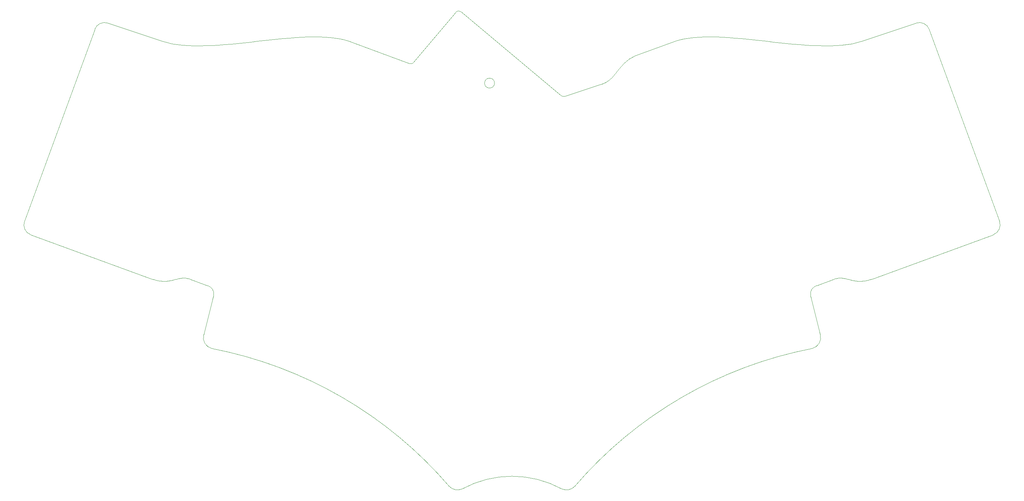
<source format=gm1>
G04 #@! TF.GenerationSoftware,KiCad,Pcbnew,(6.0.0)*
G04 #@! TF.CreationDate,2023-05-15T23:42:03+03:00*
G04 #@! TF.ProjectId,choctopus44-bottom-plate,63686f63-746f-4707-9573-34342d626f74,2.0*
G04 #@! TF.SameCoordinates,Original*
G04 #@! TF.FileFunction,Profile,NP*
%FSLAX46Y46*%
G04 Gerber Fmt 4.6, Leading zero omitted, Abs format (unit mm)*
G04 Created by KiCad (PCBNEW (6.0.0)) date 2023-05-15 23:42:03*
%MOMM*%
%LPD*%
G01*
G04 APERTURE LIST*
%ADD10C,0.050000*%
G04 #@! TA.AperFunction,Profile*
%ADD11C,0.050000*%
G04 #@! TD*
G04 APERTURE END LIST*
D10*
X106991772Y-39700000D02*
X105886747Y-39367938D01*
X104715717Y-39100146D01*
X103482870Y-38892340D01*
X102192397Y-38740234D01*
X100848485Y-38639544D01*
X99455326Y-38585986D01*
X98017108Y-38575274D01*
X96538022Y-38603125D01*
X95022255Y-38665252D01*
X93473998Y-38757373D01*
X91897440Y-38875201D01*
X90296772Y-39014453D01*
X88676181Y-39170843D01*
X87039857Y-39340087D01*
X85391991Y-39517901D01*
X83736772Y-39700000D01*
X82078388Y-39882098D01*
X80421029Y-40059912D01*
X78768886Y-40229156D01*
X77126147Y-40385546D01*
X75497001Y-40524798D01*
X73885639Y-40642626D01*
X72296249Y-40734747D01*
X70733022Y-40796875D01*
X69200146Y-40824725D01*
X67701811Y-40814013D01*
X66242206Y-40760455D01*
X64825522Y-40659765D01*
X63455946Y-40507659D01*
X62137670Y-40299853D01*
X60874882Y-40032061D01*
X59671772Y-39700000D01*
D11*
X56671209Y-99824590D02*
X26351638Y-88738410D01*
X236991772Y-39700000D02*
X250698064Y-35113229D01*
D10*
X66791772Y-100000000D02*
X66470470Y-99899524D01*
X66161981Y-99821978D01*
X65865058Y-99765681D01*
X65578450Y-99728954D01*
X65300909Y-99710115D01*
X65031187Y-99707486D01*
X64768033Y-99719385D01*
X64510200Y-99744134D01*
X64256439Y-99780051D01*
X64005499Y-99825457D01*
X63756134Y-99878672D01*
X63507093Y-99938015D01*
X63257129Y-100001807D01*
X63004991Y-100068367D01*
X62749431Y-100136016D01*
X62489201Y-100203073D01*
X62223051Y-100267859D01*
X61949733Y-100328692D01*
X61667997Y-100383894D01*
X61376595Y-100431784D01*
X61074278Y-100470682D01*
X60759797Y-100498908D01*
X60431902Y-100514782D01*
X60089346Y-100516623D01*
X59730880Y-100502753D01*
X59355254Y-100471490D01*
X58961219Y-100421154D01*
X58547527Y-100350067D01*
X58112929Y-100256546D01*
X57656176Y-100138913D01*
X57176019Y-99995488D01*
X56671209Y-99824590D01*
D11*
X224371772Y-117600000D02*
G75*
G03*
X164271771Y-152499999I20079419J-103776023D01*
G01*
X134034396Y-32387377D02*
X123352147Y-45068955D01*
X24784547Y-85372462D02*
G75*
G03*
X26351638Y-88738410I2466638J-899373D01*
G01*
X254064011Y-36680321D02*
G75*
G03*
X250698064Y-35113229I-2466576J-899549D01*
G01*
D10*
X189671772Y-39700000D02*
X190776796Y-39367938D01*
X191947826Y-39100146D01*
X193180673Y-38892340D01*
X194471147Y-38740234D01*
X195815058Y-38639544D01*
X197208217Y-38585986D01*
X198646435Y-38575274D01*
X200125522Y-38603125D01*
X201641288Y-38665252D01*
X203189545Y-38757373D01*
X204766103Y-38875201D01*
X206366772Y-39014453D01*
X207987362Y-39170843D01*
X209623686Y-39340087D01*
X211271552Y-39517901D01*
X212926772Y-39700000D01*
X214585155Y-39882098D01*
X216242514Y-40059912D01*
X217894657Y-40229156D01*
X219537397Y-40385546D01*
X221166542Y-40524798D01*
X222777904Y-40642626D01*
X224367294Y-40734747D01*
X225930522Y-40796875D01*
X227463397Y-40824725D01*
X228961732Y-40814013D01*
X230421337Y-40760455D01*
X231838022Y-40659765D01*
X233207597Y-40507659D01*
X234525873Y-40299853D01*
X235788661Y-40032061D01*
X236991772Y-39700000D01*
X225571772Y-101600000D02*
X225469551Y-101638971D01*
X225369246Y-101680912D01*
X225271011Y-101725863D01*
X225175003Y-101773864D01*
X225081380Y-101824955D01*
X224990296Y-101879176D01*
X224901909Y-101936567D01*
X224816376Y-101997168D01*
X224733852Y-102061019D01*
X224654495Y-102128160D01*
X224578461Y-102198631D01*
X224505905Y-102272473D01*
X224436986Y-102349725D01*
X224371859Y-102430428D01*
X224310681Y-102514621D01*
X224253608Y-102602344D01*
X224200796Y-102693638D01*
X224152403Y-102788543D01*
X224108585Y-102887098D01*
X224069498Y-102989344D01*
X224035299Y-103095321D01*
X224006144Y-103205069D01*
X223982190Y-103318628D01*
X223963593Y-103436038D01*
X223950510Y-103557338D01*
X223943098Y-103682570D01*
X223941512Y-103811773D01*
X223945909Y-103944987D01*
X223956446Y-104082252D01*
X223973279Y-104223609D01*
X223996565Y-104369097D01*
X224026461Y-104518757D01*
X229871772Y-100000000D02*
X230193073Y-99899524D01*
X230501562Y-99821978D01*
X230798485Y-99765681D01*
X231085093Y-99728954D01*
X231362634Y-99710115D01*
X231632356Y-99707486D01*
X231895510Y-99719385D01*
X232153343Y-99744134D01*
X232407104Y-99780051D01*
X232658044Y-99825457D01*
X232907409Y-99878672D01*
X233156450Y-99938015D01*
X233406414Y-100001807D01*
X233658552Y-100068367D01*
X233914112Y-100136016D01*
X234174342Y-100203073D01*
X234440492Y-100267859D01*
X234713810Y-100328692D01*
X234995546Y-100383894D01*
X235286948Y-100431784D01*
X235589265Y-100470682D01*
X235903746Y-100498908D01*
X236231641Y-100514782D01*
X236574197Y-100516623D01*
X236932663Y-100502753D01*
X237308289Y-100471490D01*
X237702324Y-100421154D01*
X238116016Y-100350067D01*
X238550614Y-100256546D01*
X239007367Y-100138913D01*
X239487524Y-99995488D01*
X239992335Y-99824590D01*
D11*
X45965480Y-35113229D02*
X59671772Y-39700000D01*
X24784546Y-85372462D02*
X42599532Y-36680321D01*
X135421772Y-32250000D02*
G75*
G03*
X134034396Y-32387377I-624999J-762378D01*
G01*
X254064012Y-36680321D02*
X271878998Y-85372462D01*
X66791772Y-100000000D02*
X71091772Y-101600000D01*
X224026461Y-104518757D02*
X226466987Y-114099538D01*
X270311906Y-88738410D02*
X239992335Y-99824590D01*
D10*
X160611133Y-53354847D02*
X160667938Y-53399411D01*
X160725732Y-53439490D01*
X160784332Y-53475284D01*
X160843554Y-53506995D01*
X160903216Y-53534824D01*
X160963134Y-53558972D01*
X161023126Y-53579642D01*
X161083008Y-53597034D01*
X161142596Y-53611350D01*
X161201709Y-53622791D01*
X161260162Y-53631559D01*
X161317773Y-53637854D01*
X161374359Y-53641880D01*
X161429736Y-53643836D01*
X161483722Y-53643924D01*
X161536133Y-53642347D01*
X161586786Y-53639304D01*
X161682086Y-53629630D01*
X161768158Y-53616513D01*
X161843536Y-53601566D01*
X161906756Y-53586399D01*
X161956353Y-53572623D01*
X162008819Y-53555692D01*
X162011133Y-53554847D01*
D11*
X45965480Y-35113230D02*
G75*
G03*
X42599532Y-36680321I-899373J-2466638D01*
G01*
X132391773Y-152499999D02*
G75*
G03*
X72291772Y-117600000I-80179424J-68876032D01*
G01*
X224371772Y-117600000D02*
G75*
G03*
X226466987Y-114099538I-642144J2761638D01*
G01*
X122313441Y-45304950D02*
X106991772Y-39700000D01*
X143902869Y-50315029D02*
G75*
G03*
X143902869Y-50315029I-1259516J0D01*
G01*
X132391773Y-152499999D02*
G75*
G03*
X135691772Y-153200000I2136177J1941976D01*
G01*
X160611133Y-53354847D02*
X135421772Y-32250000D01*
X170671772Y-50700000D02*
X162011133Y-53554847D01*
X70196557Y-114099538D02*
G75*
G03*
X72291772Y-117600000I2737359J-738824D01*
G01*
D10*
X179471772Y-43400000D02*
X179054297Y-43601730D01*
X178663227Y-43812670D01*
X178296839Y-44032070D01*
X177953412Y-44259179D01*
X177631226Y-44493246D01*
X177328559Y-44733520D01*
X177043689Y-44979251D01*
X176774897Y-45229687D01*
X176520459Y-45484078D01*
X176278656Y-45741674D01*
X176047766Y-46001724D01*
X175826068Y-46263476D01*
X175611841Y-46526181D01*
X175403363Y-46789086D01*
X175198914Y-47051443D01*
X174996772Y-47312500D01*
X174795215Y-47571505D01*
X174592523Y-47827709D01*
X174386975Y-48080361D01*
X174176850Y-48328710D01*
X173960425Y-48572006D01*
X173735980Y-48809497D01*
X173501795Y-49040432D01*
X173256147Y-49264062D01*
X172997315Y-49479635D01*
X172723578Y-49686401D01*
X172433216Y-49883609D01*
X172124506Y-50070507D01*
X171795728Y-50246347D01*
X171445160Y-50410375D01*
X171071082Y-50561843D01*
X170671772Y-50700000D01*
D11*
X270311906Y-88738409D02*
G75*
G03*
X271878998Y-85372462I-899549J2466576D01*
G01*
X70196557Y-114099538D02*
X72637083Y-104518757D01*
D10*
X71091772Y-101600000D02*
X71193992Y-101638971D01*
X71294297Y-101680912D01*
X71392532Y-101725863D01*
X71488540Y-101773864D01*
X71582163Y-101824955D01*
X71673247Y-101879176D01*
X71761634Y-101936567D01*
X71847167Y-101997168D01*
X71929691Y-102061019D01*
X72009048Y-102128160D01*
X72085082Y-102198631D01*
X72157638Y-102272473D01*
X72226557Y-102349725D01*
X72291684Y-102430428D01*
X72352862Y-102514621D01*
X72409935Y-102602344D01*
X72462747Y-102693638D01*
X72511140Y-102788543D01*
X72554958Y-102887098D01*
X72594045Y-102989344D01*
X72628244Y-103095321D01*
X72657399Y-103205069D01*
X72681353Y-103318628D01*
X72699950Y-103436038D01*
X72713033Y-103557338D01*
X72720445Y-103682570D01*
X72722031Y-103811773D01*
X72717634Y-103944987D01*
X72707097Y-104082252D01*
X72690264Y-104223609D01*
X72666978Y-104369097D01*
X72637083Y-104518757D01*
D11*
X225571772Y-101600000D02*
X229871772Y-100000000D01*
X189671772Y-39700000D02*
X179471772Y-43400000D01*
D10*
X122313441Y-45304950D02*
X122400508Y-45329234D01*
X122484324Y-45347223D01*
X122564952Y-45359152D01*
X122642457Y-45365253D01*
X122716902Y-45365760D01*
X122788351Y-45360907D01*
X122856868Y-45350927D01*
X122922518Y-45336054D01*
X122985364Y-45316522D01*
X123045469Y-45292564D01*
X123102899Y-45264414D01*
X123157717Y-45232305D01*
X123209987Y-45196471D01*
X123259772Y-45157145D01*
X123307137Y-45114562D01*
X123352147Y-45068955D01*
D11*
X160971772Y-153199999D02*
G75*
G03*
X164271771Y-152499999I1163822J2641976D01*
G01*
X160971772Y-153200000D02*
G75*
G03*
X135691772Y-153200000I-12640000J-23132659D01*
G01*
M02*

</source>
